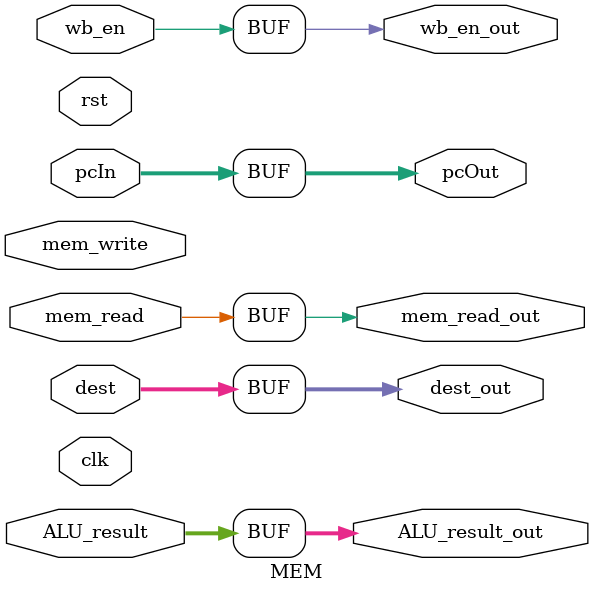
<source format=v>
module MEM(
	input clk,
	input rst,
	input [31:0] pcIn,
	input [31:0] ALU_result,
	input wb_en,
	input mem_read,
	input mem_write,
	input [4:0] dest,
	output [31:0] pcOut,
	output [31:0] ALU_result_out,
	output wb_en_out,
	output mem_read_out,
	output [4:0] dest_out
);


	assign pcOut = pcIn;
	assign ALU_result_out = ALU_result;
	assign wb_en_out = wb_en;
	assign mem_read_out = mem_read;
	assign dest_out = dest;

endmodule
</source>
